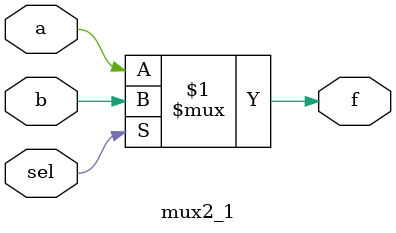
<source format=v>
module mux2_1(
    input   a, b,
    input   sel,
    output  f
);
    assign f = sel ? b : a;
endmodule

</source>
